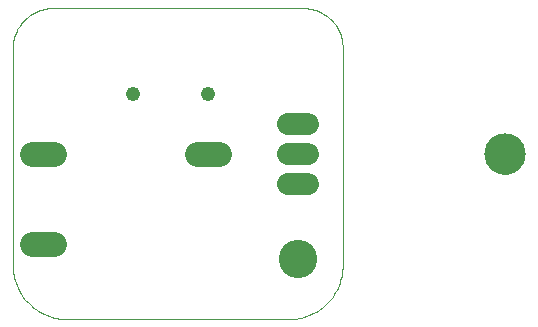
<source format=gbs>
G75*
G70*
%OFA0B0*%
%FSLAX24Y24*%
%IPPOS*%
%LPD*%
%AMOC8*
5,1,8,0,0,1.08239X$1,22.5*
%
%ADD10C,0.0000*%
%ADD11C,0.0740*%
%ADD12C,0.1380*%
%ADD13C,0.0820*%
%ADD14C,0.1280*%
%ADD15C,0.0480*%
D10*
X001904Y001670D02*
X009297Y001670D01*
X009297Y001671D02*
X009382Y001673D01*
X009468Y001679D01*
X009553Y001689D01*
X009637Y001703D01*
X009720Y001722D01*
X009803Y001744D01*
X009884Y001770D01*
X009965Y001800D01*
X010043Y001833D01*
X010120Y001871D01*
X010195Y001912D01*
X010268Y001956D01*
X010339Y002004D01*
X010407Y002055D01*
X010473Y002110D01*
X010536Y002167D01*
X010597Y002228D01*
X010654Y002291D01*
X010709Y002357D01*
X010760Y002425D01*
X010808Y002496D01*
X010852Y002569D01*
X010893Y002644D01*
X010931Y002721D01*
X010964Y002799D01*
X010994Y002880D01*
X011020Y002961D01*
X011042Y003044D01*
X011061Y003127D01*
X011075Y003211D01*
X011085Y003296D01*
X011091Y003382D01*
X011093Y003467D01*
X011093Y010721D01*
X011094Y010721D02*
X011092Y010792D01*
X011086Y010864D01*
X011077Y010935D01*
X011063Y011005D01*
X011046Y011074D01*
X011025Y011142D01*
X011000Y011210D01*
X010972Y011275D01*
X010940Y011339D01*
X010905Y011402D01*
X010867Y011462D01*
X010825Y011520D01*
X010780Y011576D01*
X010732Y011629D01*
X010682Y011679D01*
X010629Y011727D01*
X010573Y011772D01*
X010515Y011814D01*
X010455Y011852D01*
X010392Y011887D01*
X010328Y011919D01*
X010263Y011947D01*
X010195Y011972D01*
X010127Y011993D01*
X010058Y012010D01*
X009988Y012024D01*
X009917Y012033D01*
X009845Y012039D01*
X009774Y012041D01*
X009774Y012040D02*
X001426Y012040D01*
X001426Y012041D02*
X001354Y012039D01*
X001283Y012033D01*
X001211Y012024D01*
X001141Y012010D01*
X001071Y011993D01*
X001003Y011972D01*
X000935Y011947D01*
X000869Y011918D01*
X000805Y011887D01*
X000742Y011851D01*
X000682Y011813D01*
X000624Y011771D01*
X000568Y011726D01*
X000514Y011678D01*
X000463Y011627D01*
X000415Y011573D01*
X000370Y011517D01*
X000328Y011459D01*
X000290Y011399D01*
X000254Y011336D01*
X000223Y011272D01*
X000194Y011206D01*
X000169Y011138D01*
X000148Y011070D01*
X000131Y011000D01*
X000117Y010930D01*
X000108Y010858D01*
X000102Y010787D01*
X000100Y010715D01*
X000101Y010715D02*
X000101Y003473D01*
X000103Y003387D01*
X000109Y003302D01*
X000119Y003216D01*
X000134Y003132D01*
X000152Y003048D01*
X000174Y002965D01*
X000200Y002883D01*
X000230Y002803D01*
X000264Y002724D01*
X000301Y002647D01*
X000343Y002572D01*
X000387Y002498D01*
X000435Y002427D01*
X000487Y002358D01*
X000541Y002292D01*
X000599Y002229D01*
X000660Y002168D01*
X000723Y002110D01*
X000789Y002056D01*
X000858Y002004D01*
X000929Y001956D01*
X001002Y001912D01*
X001078Y001870D01*
X001155Y001833D01*
X001234Y001799D01*
X001314Y001769D01*
X001396Y001743D01*
X001479Y001721D01*
X001563Y001703D01*
X001647Y001688D01*
X001733Y001678D01*
X001818Y001672D01*
X001904Y001670D01*
X015851Y007170D02*
X015853Y007220D01*
X015859Y007270D01*
X015869Y007320D01*
X015882Y007368D01*
X015899Y007416D01*
X015920Y007462D01*
X015944Y007506D01*
X015972Y007548D01*
X016003Y007588D01*
X016037Y007625D01*
X016074Y007660D01*
X016113Y007691D01*
X016154Y007720D01*
X016198Y007745D01*
X016244Y007767D01*
X016291Y007785D01*
X016339Y007799D01*
X016388Y007810D01*
X016438Y007817D01*
X016488Y007820D01*
X016539Y007819D01*
X016589Y007814D01*
X016639Y007805D01*
X016687Y007793D01*
X016735Y007776D01*
X016781Y007756D01*
X016826Y007733D01*
X016869Y007706D01*
X016909Y007676D01*
X016947Y007643D01*
X016982Y007607D01*
X017015Y007568D01*
X017044Y007527D01*
X017070Y007484D01*
X017093Y007439D01*
X017112Y007392D01*
X017127Y007344D01*
X017139Y007295D01*
X017147Y007245D01*
X017151Y007195D01*
X017151Y007145D01*
X017147Y007095D01*
X017139Y007045D01*
X017127Y006996D01*
X017112Y006948D01*
X017093Y006901D01*
X017070Y006856D01*
X017044Y006813D01*
X017015Y006772D01*
X016982Y006733D01*
X016947Y006697D01*
X016909Y006664D01*
X016869Y006634D01*
X016826Y006607D01*
X016781Y006584D01*
X016735Y006564D01*
X016687Y006547D01*
X016639Y006535D01*
X016589Y006526D01*
X016539Y006521D01*
X016488Y006520D01*
X016438Y006523D01*
X016388Y006530D01*
X016339Y006541D01*
X016291Y006555D01*
X016244Y006573D01*
X016198Y006595D01*
X016154Y006620D01*
X016113Y006649D01*
X016074Y006680D01*
X016037Y006715D01*
X016003Y006752D01*
X015972Y006792D01*
X015944Y006834D01*
X015920Y006878D01*
X015899Y006924D01*
X015882Y006972D01*
X015869Y007020D01*
X015859Y007070D01*
X015853Y007120D01*
X015851Y007170D01*
D11*
X009931Y007170D02*
X009271Y007170D01*
X009271Y006170D02*
X009931Y006170D01*
X009931Y008170D02*
X009271Y008170D01*
D12*
X016501Y007170D03*
D13*
X006971Y007170D02*
X006231Y007170D01*
X001471Y007170D02*
X000731Y007170D01*
X000731Y004170D02*
X001471Y004170D01*
D14*
X009601Y003670D03*
D15*
X006601Y009170D03*
X004101Y009170D03*
M02*

</source>
